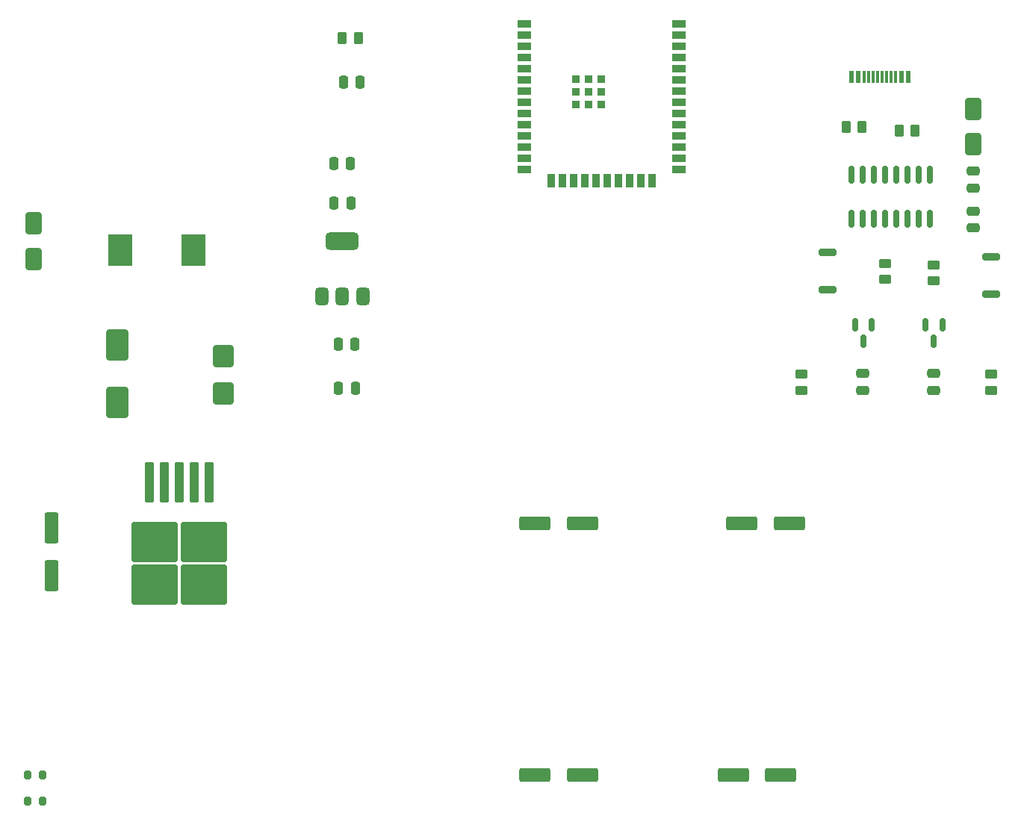
<source format=gbr>
%TF.GenerationSoftware,KiCad,Pcbnew,9.0.6*%
%TF.CreationDate,2025-12-30T14:23:23+05:30*%
%TF.ProjectId,Gantry_PCBv2,47616e74-7279-45f5-9043-4276322e6b69,rev?*%
%TF.SameCoordinates,Original*%
%TF.FileFunction,Paste,Top*%
%TF.FilePolarity,Positive*%
%FSLAX46Y46*%
G04 Gerber Fmt 4.6, Leading zero omitted, Abs format (unit mm)*
G04 Created by KiCad (PCBNEW 9.0.6) date 2025-12-30 14:23:23*
%MOMM*%
%LPD*%
G01*
G04 APERTURE LIST*
G04 Aperture macros list*
%AMRoundRect*
0 Rectangle with rounded corners*
0 $1 Rounding radius*
0 $2 $3 $4 $5 $6 $7 $8 $9 X,Y pos of 4 corners*
0 Add a 4 corners polygon primitive as box body*
4,1,4,$2,$3,$4,$5,$6,$7,$8,$9,$2,$3,0*
0 Add four circle primitives for the rounded corners*
1,1,$1+$1,$2,$3*
1,1,$1+$1,$4,$5*
1,1,$1+$1,$6,$7*
1,1,$1+$1,$8,$9*
0 Add four rect primitives between the rounded corners*
20,1,$1+$1,$2,$3,$4,$5,0*
20,1,$1+$1,$4,$5,$6,$7,0*
20,1,$1+$1,$6,$7,$8,$9,0*
20,1,$1+$1,$8,$9,$2,$3,0*%
G04 Aperture macros list end*
%ADD10RoundRect,0.250000X-0.262500X-0.450000X0.262500X-0.450000X0.262500X0.450000X-0.262500X0.450000X0*%
%ADD11RoundRect,0.150000X-0.150000X0.587500X-0.150000X-0.587500X0.150000X-0.587500X0.150000X0.587500X0*%
%ADD12RoundRect,0.250000X-0.250000X-0.475000X0.250000X-0.475000X0.250000X0.475000X-0.250000X0.475000X0*%
%ADD13RoundRect,0.250000X0.250000X0.475000X-0.250000X0.475000X-0.250000X-0.475000X0.250000X-0.475000X0*%
%ADD14RoundRect,0.250000X0.475000X-0.250000X0.475000X0.250000X-0.475000X0.250000X-0.475000X-0.250000X0*%
%ADD15RoundRect,0.250000X-0.550000X1.500000X-0.550000X-1.500000X0.550000X-1.500000X0.550000X1.500000X0*%
%ADD16RoundRect,0.250000X-0.450000X0.262500X-0.450000X-0.262500X0.450000X-0.262500X0.450000X0.262500X0*%
%ADD17RoundRect,0.250000X-0.900000X1.000000X-0.900000X-1.000000X0.900000X-1.000000X0.900000X1.000000X0*%
%ADD18RoundRect,0.250000X-2.375000X2.025000X-2.375000X-2.025000X2.375000X-2.025000X2.375000X2.025000X0*%
%ADD19RoundRect,0.250000X-0.300000X2.050000X-0.300000X-2.050000X0.300000X-2.050000X0.300000X2.050000X0*%
%ADD20R,1.500000X0.900000*%
%ADD21R,0.900000X1.500000*%
%ADD22R,0.900000X0.900000*%
%ADD23RoundRect,0.200000X-0.800000X0.200000X-0.800000X-0.200000X0.800000X-0.200000X0.800000X0.200000X0*%
%ADD24RoundRect,0.200000X-0.200000X-0.275000X0.200000X-0.275000X0.200000X0.275000X-0.200000X0.275000X0*%
%ADD25R,0.600000X1.450000*%
%ADD26R,0.300000X1.450000*%
%ADD27RoundRect,0.150000X-0.150000X0.825000X-0.150000X-0.825000X0.150000X-0.825000X0.150000X0.825000X0*%
%ADD28RoundRect,0.250000X1.500000X0.550000X-1.500000X0.550000X-1.500000X-0.550000X1.500000X-0.550000X0*%
%ADD29RoundRect,0.250000X0.650000X-1.000000X0.650000X1.000000X-0.650000X1.000000X-0.650000X-1.000000X0*%
%ADD30RoundRect,0.250000X-1.000000X1.500000X-1.000000X-1.500000X1.000000X-1.500000X1.000000X1.500000X0*%
%ADD31R,2.700000X3.600000*%
%ADD32RoundRect,0.375000X0.375000X-0.625000X0.375000X0.625000X-0.375000X0.625000X-0.375000X-0.625000X0*%
%ADD33RoundRect,0.500000X1.400000X-0.500000X1.400000X0.500000X-1.400000X0.500000X-1.400000X-0.500000X0*%
G04 APERTURE END LIST*
D10*
%TO.C,R10*%
X148087500Y-63000000D03*
X149912500Y-63000000D03*
%TD*%
D11*
%TO.C,Q2*%
X151000000Y-85500000D03*
X149100000Y-85500000D03*
X150050000Y-87375000D03*
%TD*%
D10*
%TO.C,R11*%
X154087500Y-63500000D03*
X155912500Y-63500000D03*
%TD*%
D12*
%TO.C,C1*%
X91100000Y-58000000D03*
X93000000Y-58000000D03*
%TD*%
D13*
%TO.C,C10*%
X91950000Y-71650000D03*
X90050000Y-71650000D03*
%TD*%
D14*
%TO.C,C5*%
X158000000Y-92900000D03*
X158000000Y-91000000D03*
%TD*%
D15*
%TO.C,C6*%
X58000000Y-108500000D03*
X58000000Y-113900000D03*
%TD*%
D14*
%TO.C,C3*%
X162500000Y-74500000D03*
X162500000Y-72600000D03*
%TD*%
D16*
%TO.C,R3*%
X158000000Y-78675000D03*
X158000000Y-80500000D03*
%TD*%
D13*
%TO.C,C9*%
X92400000Y-87650000D03*
X90500000Y-87650000D03*
%TD*%
D17*
%TO.C,D15*%
X77500000Y-89000000D03*
X77500000Y-93300000D03*
%TD*%
D18*
%TO.C,U4*%
X75275000Y-110075000D03*
X69725000Y-110075000D03*
X75275000Y-114925000D03*
X69725000Y-114925000D03*
D19*
X75900000Y-103350000D03*
X74200000Y-103350000D03*
X72500000Y-103350000D03*
X70800000Y-103350000D03*
X69100000Y-103350000D03*
%TD*%
D11*
%TO.C,Q1*%
X159000000Y-85500000D03*
X157100000Y-85500000D03*
X158050000Y-87375000D03*
%TD*%
D20*
%TO.C,U1*%
X111655000Y-51340000D03*
X111655000Y-52610000D03*
X111655000Y-53880000D03*
X111655000Y-55150000D03*
X111655000Y-56420000D03*
X111655000Y-57690000D03*
X111655000Y-58960000D03*
X111655000Y-60230000D03*
X111655000Y-61500000D03*
X111655000Y-62770000D03*
X111655000Y-64040000D03*
X111655000Y-65310000D03*
X111655000Y-66580000D03*
X111655000Y-67850000D03*
D21*
X114690000Y-69100000D03*
X115960000Y-69100000D03*
X117230000Y-69100000D03*
X118500000Y-69100000D03*
X119770000Y-69100000D03*
X121040000Y-69100000D03*
X122310000Y-69100000D03*
X123580000Y-69100000D03*
X124850000Y-69100000D03*
X126120000Y-69100000D03*
D20*
X129155000Y-67850000D03*
X129155000Y-66580000D03*
X129155000Y-65310000D03*
X129155000Y-64040000D03*
X129155000Y-62770000D03*
X129155000Y-61500000D03*
X129155000Y-60230000D03*
X129155000Y-58960000D03*
X129155000Y-57690000D03*
X129155000Y-56420000D03*
X129155000Y-55150000D03*
X129155000Y-53880000D03*
X129155000Y-52610000D03*
X129155000Y-51340000D03*
D22*
X117505000Y-57660000D03*
X118905000Y-57660000D03*
X120305000Y-57660000D03*
X117505000Y-59060000D03*
X118905000Y-59060000D03*
X120305000Y-59060000D03*
X117505000Y-60460000D03*
X118905000Y-60460000D03*
X120305000Y-60460000D03*
%TD*%
D23*
%TO.C,SW7*%
X146000000Y-77300000D03*
X146000000Y-81500000D03*
%TD*%
D24*
%TO.C,R9*%
X55350000Y-139500000D03*
X57000000Y-139500000D03*
%TD*%
D25*
%TO.C,J14*%
X155180000Y-57345000D03*
X154380000Y-57345000D03*
D26*
X153180000Y-57345000D03*
X152180000Y-57345000D03*
X151680000Y-57345000D03*
X150680000Y-57345000D03*
D25*
X149480000Y-57345000D03*
X148680000Y-57345000D03*
X148680000Y-57345000D03*
X149480000Y-57345000D03*
D26*
X150180000Y-57345000D03*
X151180000Y-57345000D03*
X152680000Y-57345000D03*
X153680000Y-57345000D03*
D25*
X154380000Y-57345000D03*
X155180000Y-57345000D03*
%TD*%
D27*
%TO.C,U2*%
X157620000Y-68500000D03*
X156350000Y-68500000D03*
X155080000Y-68500000D03*
X153810000Y-68500000D03*
X152540000Y-68500000D03*
X151270000Y-68500000D03*
X150000000Y-68500000D03*
X148730000Y-68500000D03*
X148730000Y-73450000D03*
X150000000Y-73450000D03*
X151270000Y-73450000D03*
X152540000Y-73450000D03*
X153810000Y-73450000D03*
X155080000Y-73450000D03*
X156350000Y-73450000D03*
X157620000Y-73450000D03*
%TD*%
D14*
%TO.C,C4*%
X150000000Y-92900000D03*
X150000000Y-91000000D03*
%TD*%
D28*
%TO.C,C14*%
X140700000Y-136500000D03*
X135300000Y-136500000D03*
%TD*%
D10*
%TO.C,R1*%
X91000000Y-53000000D03*
X92825000Y-53000000D03*
%TD*%
D16*
%TO.C,R5*%
X164500000Y-91087500D03*
X164500000Y-92912500D03*
%TD*%
D23*
%TO.C,SW8*%
X164500000Y-77800000D03*
X164500000Y-82000000D03*
%TD*%
D16*
%TO.C,R2*%
X152500000Y-78500000D03*
X152500000Y-80325000D03*
%TD*%
D28*
%TO.C,C13*%
X118200000Y-136500000D03*
X112800000Y-136500000D03*
%TD*%
D29*
%TO.C,D13*%
X162500000Y-65000000D03*
X162500000Y-61000000D03*
%TD*%
%TO.C,D14*%
X56000000Y-78000000D03*
X56000000Y-74000000D03*
%TD*%
D30*
%TO.C,C7*%
X65500000Y-87750000D03*
X65500000Y-94250000D03*
%TD*%
D24*
%TO.C,R8*%
X55350000Y-136500000D03*
X57000000Y-136500000D03*
%TD*%
D13*
%TO.C,C11*%
X91900000Y-67150000D03*
X90000000Y-67150000D03*
%TD*%
D28*
%TO.C,C12*%
X141700000Y-108000000D03*
X136300000Y-108000000D03*
%TD*%
D16*
%TO.C,R4*%
X143000000Y-91087500D03*
X143000000Y-92912500D03*
%TD*%
D31*
%TO.C,L1*%
X74150000Y-77000000D03*
X65850000Y-77000000D03*
%TD*%
D13*
%TO.C,C8*%
X92450000Y-92650000D03*
X90550000Y-92650000D03*
%TD*%
D32*
%TO.C,U5*%
X88700000Y-82300000D03*
X91000000Y-82300000D03*
D33*
X91000000Y-76000000D03*
D32*
X93300000Y-82300000D03*
%TD*%
D28*
%TO.C,C15*%
X118200000Y-108000000D03*
X112800000Y-108000000D03*
%TD*%
D14*
%TO.C,C2*%
X162500000Y-69950000D03*
X162500000Y-68050000D03*
%TD*%
M02*

</source>
